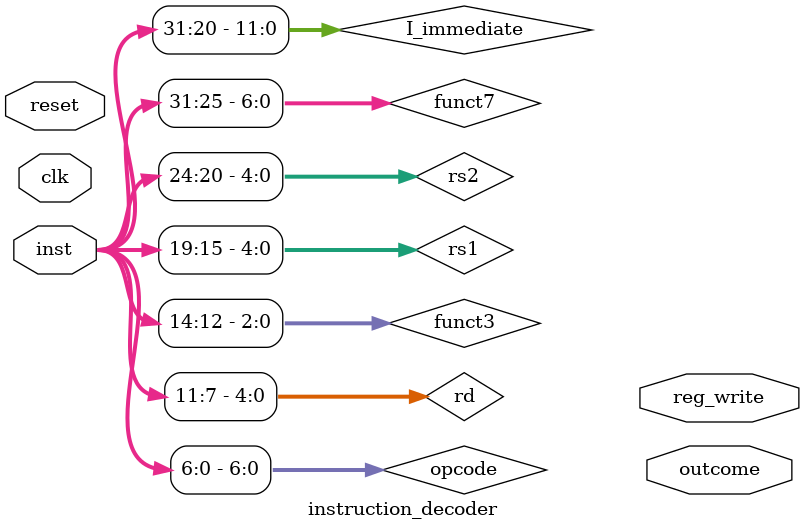
<source format=sv>
`timescale 1ns / 1ps



module instruction_decoder(
    input [31:0] inst,
    input clk,
    input reset,
    output reg_write,
    output outcome
    );
    ////////////////////////////////////////////////////////////////////////////////////////
    // Base instuction fields division, all formats of instructions can be defined with those
    parameter integer opcode_idx = 0;
    parameter integer opcode_len = 7;
    parameter integer rd_idx = 7;
    parameter integer rd_len = 5;
    parameter integer funct3_idx = 12;
    parameter integer funct3_len = 3;
    parameter integer rs1_idx = 15;
    parameter integer rs1_len = 5;
    parameter integer rs2_idx = 20;
    parameter integer rs2_len = 5;
    parameter integer funct7_idx = 25;
    parameter integer funct7_len = 7; // TODO: Remake as union
    /////////////////////////////////////////////////////////////////////////////////////////
    
    //////////////////////////////////////////////////////////
    // Wires for R-type instruction format
    wire [opcode_len-1:0] opcode;
    wire [rd_len-1:0] rd;
    wire [funct3_len-1:0] funct3;
    wire [rs1_len-1:0] rs1;
    wire [rs2_len-1:0] rs2;
    wire [funct7_len-1:0] funct7;
    // Assignment statements
    assign opcode = inst[opcode_len-1:opcode_idx];
    assign rd = inst[rd_len+rd_idx-1:rd_idx];
    assign funct3 = inst[funct3_len+funct3_idx-1:funct3_idx];
    assign rs1 = inst[rs1_len+rs1_idx-1:rs1_idx];
    assign rs2 = inst[rs2_len+rs2_idx-1:rs2_idx];
    assign funct7 = inst[funct7_len+funct7_idx-1:funct7_idx];
    //////////////////////////////////////////////////////////
    
    //////////////////////////////////////////////////////////
    // Wires for I-type instruction format
    wire [funct7_len+rs2_len-1:0] I_immediate;
    // Assignment statements
    assign I_immediate = inst[funct7_len+funct7_idx-1:rs2_idx];
    //////////////////////////////////////////////////////////
    
    
    always @(posedge clk or posedge reset)
    begin
        if(reset == 1)
        begin
            // Handle the reset
        end else begin    
            if(opcode == 7'b0110011) // R-type instruction format
            begin
                case (funct3)
                    3'b111: if(funct7 == 7'h0) // AND
                            begin
                                // Implement AND instruction
                            end
                    3'b110: if(funct7 == 7'h0) // OR
                            begin
                                // Implement OR instruction
                            end
                    
                    endcase;
            end else if(opcode == 7'b0010011) // I-type instruction format
            begin
                case (funct3)
                    3'b000: ; // Implement ADDI (NOP) instruction
                    
                endcase
            end // If additional instruction formats needed, add else if case
        end
    end     
   
// IMPORTANT! No explicit MOV instruction specified in RISC-V ISA. Same operation can be achieved by:
// AND x2, x0, x2    <- Suppose we want to copy register x3 into register x2. First we make sure that x2 is empty. (can be done in a multiple of ways)
// ADD x2, x2, x3    <- Add x3 to x2    
        
    
endmodule

</source>
